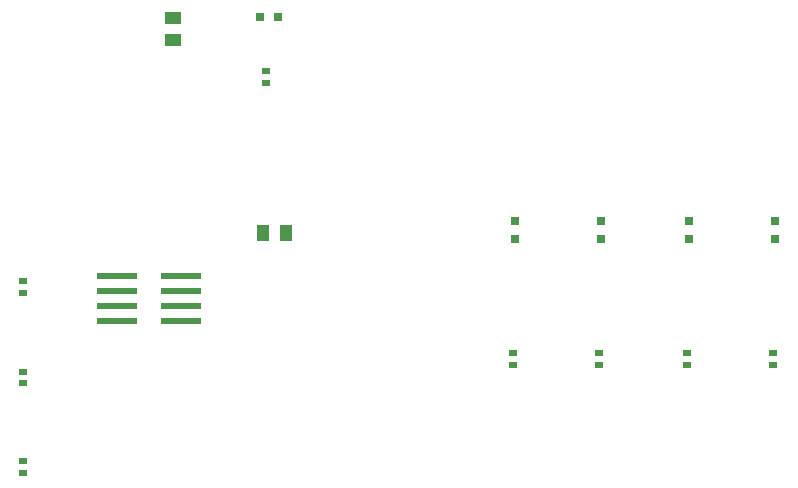
<source format=gtp>
G04*
G04 #@! TF.GenerationSoftware,Altium Limited,Altium Designer,21.6.4 (81)*
G04*
G04 Layer_Color=8421504*
%FSLAX25Y25*%
%MOIN*%
G70*
G04*
G04 #@! TF.SameCoordinates,79C8AE82-9BE0-4765-80E1-41451E26D3F0*
G04*
G04*
G04 #@! TF.FilePolarity,Positive*
G04*
G01*
G75*
%ADD19R,0.13386X0.02362*%
%ADD20R,0.02756X0.02362*%
%ADD21R,0.03150X0.03150*%
%ADD22R,0.03150X0.03150*%
%ADD23R,0.03937X0.05709*%
%ADD24R,0.05709X0.03937*%
D19*
X85370Y84595D02*
D03*
Y79594D02*
D03*
Y74594D02*
D03*
Y69595D02*
D03*
X106630D02*
D03*
Y74594D02*
D03*
Y79594D02*
D03*
Y84595D02*
D03*
D20*
X54000Y48910D02*
D03*
Y52847D02*
D03*
X303900Y55032D02*
D03*
Y58969D02*
D03*
X275400Y55032D02*
D03*
Y58969D02*
D03*
X245900Y55032D02*
D03*
Y58969D02*
D03*
X217400Y55032D02*
D03*
Y58969D02*
D03*
X54000Y79094D02*
D03*
Y83031D02*
D03*
X135000Y149158D02*
D03*
Y153094D02*
D03*
X54000Y19126D02*
D03*
Y23063D02*
D03*
D21*
X304500Y97000D02*
D03*
Y102905D02*
D03*
X276000Y97047D02*
D03*
Y102953D02*
D03*
X246500Y97047D02*
D03*
Y102953D02*
D03*
X218000Y97000D02*
D03*
Y102905D02*
D03*
D22*
X138953Y171095D02*
D03*
X133047D02*
D03*
D23*
X134060Y99094D02*
D03*
X141540D02*
D03*
D24*
X104000Y163354D02*
D03*
Y170835D02*
D03*
M02*

</source>
